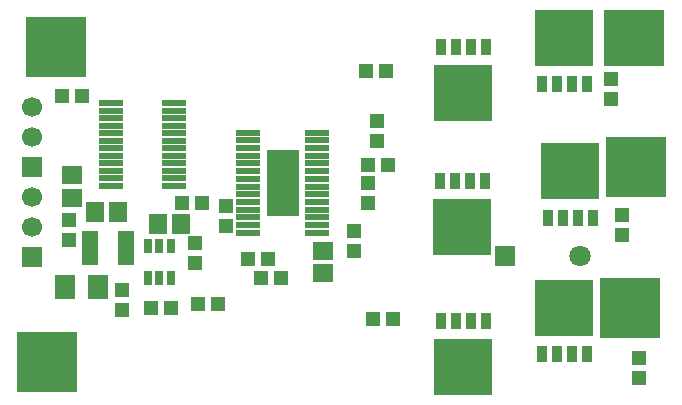
<source format=gts>
G04 DipTrace 3.0.0.2*
G04 silbasmp6531BIG.GTS*
%MOIN*%
G04 #@! TF.FileFunction,Soldermask,Top*
G04 #@! TF.Part,Single*
%ADD45R,0.106299X0.224409*%
%ADD47R,0.07874X0.023622*%
%ADD49R,0.031496X0.051181*%
%ADD51R,0.07874X0.021654*%
%ADD53R,0.192913X0.188976*%
%ADD55R,0.035433X0.05315*%
%ADD57R,0.204724X0.185039*%
%ADD59R,0.204724X0.204724*%
%ADD61R,0.05315X0.114173*%
%ADD63C,0.066929*%
%ADD65R,0.066929X0.066929*%
%ADD67R,0.070866X0.07874*%
%ADD69R,0.051181X0.047244*%
%ADD71R,0.066929X0.059055*%
%ADD73R,0.070866X0.070866*%
%ADD75C,0.070866*%
%ADD77R,0.059055X0.066929*%
%ADD79R,0.047244X0.051181*%
%FSLAX26Y26*%
G04*
G70*
G90*
G75*
G01*
G04 TopMask*
%LPD*%
D79*
X799908Y705529D3*
Y772458D3*
D77*
X920420Y992694D3*
X995223D3*
D75*
X2328362Y886436D3*
D73*
X2078362D3*
D77*
X710756Y1032110D3*
X785559D3*
D79*
X1618572Y1064052D3*
Y1130982D3*
X1649819Y1267969D3*
Y1334898D3*
X1574827Y901570D3*
Y968499D3*
D71*
X1468588Y828890D3*
Y903693D3*
D69*
X1218614Y876572D3*
X1285543D3*
D79*
X1148013Y984543D3*
Y1051472D3*
D71*
X633885Y1080092D3*
Y1154895D3*
D67*
X718667Y782832D3*
X608430D3*
D65*
X499940Y882822D3*
D63*
Y982822D3*
Y1082822D3*
D65*
Y1182790D3*
D63*
Y1282790D3*
Y1382790D3*
D61*
X812408Y914068D3*
X694298D3*
D59*
X2493480Y714089D3*
X2512228Y1182790D3*
D57*
X2505979Y1613995D3*
D59*
X581181Y1582748D3*
X549934Y532858D3*
D55*
X2009646Y1136409D3*
X1959646Y1136390D3*
X1909646D3*
X1859646D3*
D53*
X1934646Y982050D3*
D55*
X2218509Y1014058D3*
X2268509Y1014077D3*
X2318509D3*
X2368509D3*
D53*
X2293509Y1168417D3*
D55*
X2012281Y670344D3*
X1962281Y670324D3*
X1912281D3*
X1862281D3*
D53*
X1937281Y515984D3*
D55*
X2199761Y557856D3*
X2249761Y557875D3*
X2299761D3*
X2349761D3*
D53*
X2274761Y712215D3*
D55*
X2012281Y1582748D3*
X1962281Y1582728D3*
X1912281D3*
X1862281D3*
D53*
X1937281Y1428388D3*
D55*
X2199761Y1457761D3*
X2249761Y1457781D3*
X2299761D3*
X2349761D3*
D53*
X2274761Y1612121D3*
D69*
X1637320Y676593D3*
X1704249D3*
D79*
X2524727Y545357D3*
Y478428D3*
D69*
X1612323Y1501507D3*
X1679252D3*
D79*
X2430987Y1476509D3*
Y1409580D3*
D69*
X1618572Y1190333D3*
X1685501D3*
D79*
X624927Y1005995D3*
Y939066D3*
X1042831Y930654D3*
Y863724D3*
D69*
X1053915Y726493D3*
X1120844D3*
D79*
X2466089Y1023058D3*
Y956129D3*
D69*
X964705Y714089D3*
X897776D3*
X1331102Y814079D3*
X1264173D3*
X1000987Y1062365D3*
X1067916D3*
X599929Y1420265D3*
X666858D3*
D51*
X762412Y1395268D3*
Y1370268D3*
Y1345268D3*
Y1320268D3*
Y1295268D3*
Y1270268D3*
Y1245268D3*
Y1220268D3*
Y1195268D3*
Y1170268D3*
Y1145268D3*
Y1120268D3*
X975018Y1120248D3*
X975010Y1145268D3*
Y1170268D3*
Y1195268D3*
Y1220268D3*
Y1245268D3*
Y1270268D3*
Y1295268D3*
Y1320268D3*
Y1345268D3*
Y1370268D3*
Y1395268D3*
D49*
X887399Y814079D3*
X924801D3*
X962202D3*
Y920378D3*
X924801D3*
X887399D3*
D47*
X1449840Y964063D3*
Y989654D3*
Y1015244D3*
Y1040835D3*
Y1066425D3*
Y1092016D3*
Y1117606D3*
Y1143197D3*
Y1168787D3*
Y1194378D3*
Y1219969D3*
Y1245559D3*
Y1271150D3*
Y1296740D3*
X1221486D3*
X1221493Y1271150D3*
Y1245559D3*
Y1219969D3*
Y1194378D3*
Y1168787D3*
Y1143197D3*
Y1117606D3*
Y1092016D3*
Y1066425D3*
Y1040835D3*
Y1015244D3*
Y989654D3*
Y964063D3*
D45*
X1335663Y1130402D3*
M02*

</source>
